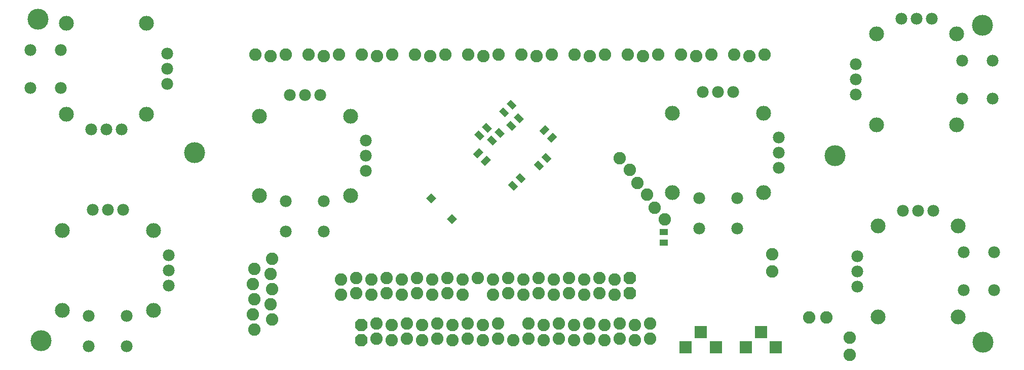
<source format=gbs>
G75*
G70*
%OFA0B0*%
%FSLAX24Y24*%
%IPPOS*%
%LPD*%
%AMOC8*
5,1,8,0,0,1.08239X$1,22.5*
%
%ADD10R,0.0395X0.0552*%
%ADD11R,0.0477X0.0477*%
%ADD12C,0.0980*%
%ADD13C,0.0780*%
%ADD14C,0.0820*%
%ADD15R,0.0552X0.0395*%
%ADD16R,0.0789X0.0789*%
%ADD17OC8,0.0820*%
%ADD18C,0.1380*%
D10*
G36*
X038175Y019525D02*
X037896Y019246D01*
X037507Y019635D01*
X037786Y019914D01*
X038175Y019525D01*
G37*
G36*
X038676Y020026D02*
X038397Y019747D01*
X038008Y020136D01*
X038287Y020415D01*
X038676Y020026D01*
G37*
G36*
X039880Y020862D02*
X039601Y020583D01*
X039212Y020972D01*
X039491Y021251D01*
X039880Y020862D01*
G37*
G36*
X040381Y021363D02*
X040102Y021084D01*
X039713Y021473D01*
X039992Y021752D01*
X040381Y021363D01*
G37*
G36*
X040348Y022413D02*
X040069Y022692D01*
X040458Y023081D01*
X040737Y022802D01*
X040348Y022413D01*
G37*
G36*
X039847Y022914D02*
X039568Y023193D01*
X039957Y023582D01*
X040236Y023303D01*
X039847Y022914D01*
G37*
G36*
X038575Y023986D02*
X038296Y023707D01*
X037907Y024096D01*
X038186Y024375D01*
X038575Y023986D01*
G37*
G36*
X038074Y023485D02*
X037795Y023206D01*
X037406Y023595D01*
X037685Y023874D01*
X038074Y023485D01*
G37*
G36*
X036636Y023125D02*
X036915Y023404D01*
X037304Y023015D01*
X037025Y022736D01*
X036636Y023125D01*
G37*
G36*
X036474Y023352D02*
X036195Y023073D01*
X035806Y023462D01*
X036085Y023741D01*
X036474Y023352D01*
G37*
G36*
X035973Y022851D02*
X035694Y022572D01*
X035305Y022961D01*
X035584Y023240D01*
X035973Y022851D01*
G37*
G36*
X036135Y022624D02*
X036414Y022903D01*
X036803Y022514D01*
X036524Y022235D01*
X036135Y022624D01*
G37*
G36*
X035610Y022061D02*
X035889Y021782D01*
X035500Y021393D01*
X035221Y021672D01*
X035610Y022061D01*
G37*
G36*
X036111Y021560D02*
X036390Y021281D01*
X036001Y020892D01*
X035722Y021171D01*
X036111Y021560D01*
G37*
G36*
X036917Y024480D02*
X037196Y024759D01*
X037585Y024370D01*
X037306Y024091D01*
X036917Y024480D01*
G37*
G36*
X037418Y024981D02*
X037697Y025260D01*
X038086Y024871D01*
X037807Y024592D01*
X037418Y024981D01*
G37*
D11*
G36*
X032464Y018419D02*
X032128Y018755D01*
X032464Y019091D01*
X032800Y018755D01*
X032464Y018419D01*
G37*
G36*
X033823Y017061D02*
X033487Y017397D01*
X033823Y017733D01*
X034159Y017397D01*
X033823Y017061D01*
G37*
D12*
X027152Y018927D03*
X021152Y018927D03*
X014191Y016615D03*
X008191Y016615D03*
X008191Y011365D03*
X014191Y011365D03*
X013716Y024290D03*
X008466Y024290D03*
X021152Y024177D03*
X027152Y024177D03*
X013716Y030290D03*
X008466Y030290D03*
X048339Y024374D03*
X054339Y024374D03*
X061766Y023590D03*
X067016Y023590D03*
X054339Y019124D03*
X048339Y019124D03*
X061866Y016936D03*
X067116Y016936D03*
X067116Y010936D03*
X061866Y010936D03*
X061766Y029590D03*
X067016Y029590D03*
D13*
X009941Y008990D03*
X012441Y008990D03*
X012441Y010990D03*
X009941Y010990D03*
X015191Y012990D03*
X015191Y013990D03*
X015191Y014990D03*
X012191Y017990D03*
X011191Y017990D03*
X010191Y017990D03*
X010091Y023290D03*
X011091Y023290D03*
X012091Y023290D03*
X008091Y026040D03*
X006091Y026040D03*
X006091Y028540D03*
X008091Y028540D03*
X015091Y028290D03*
X015091Y027290D03*
X015091Y026290D03*
X023152Y025552D03*
X024152Y025552D03*
X025152Y025552D03*
X028152Y022552D03*
X028152Y021552D03*
X028152Y020552D03*
X025402Y018552D03*
X022902Y018552D03*
X022902Y016552D03*
X025402Y016552D03*
X050089Y016749D03*
X052589Y016749D03*
X052589Y018749D03*
X050089Y018749D03*
X055339Y020749D03*
X055339Y021749D03*
X055339Y022749D03*
X060391Y025590D03*
X060391Y026590D03*
X060391Y027590D03*
X063391Y030590D03*
X064391Y030590D03*
X065391Y030590D03*
X067391Y027840D03*
X069391Y027840D03*
X069391Y025340D03*
X067391Y025340D03*
X052339Y025749D03*
X051339Y025749D03*
X050339Y025749D03*
X063491Y017936D03*
X064491Y017936D03*
X065491Y017936D03*
X067491Y015186D03*
X069491Y015186D03*
X069491Y012686D03*
X067491Y012686D03*
X060491Y012936D03*
X060491Y013936D03*
X060491Y014936D03*
D14*
X054891Y015060D03*
X054891Y013920D03*
X057321Y010890D03*
X058461Y010890D03*
X059991Y009560D03*
X059991Y008420D03*
X046877Y009480D03*
X045877Y009380D03*
X044877Y009480D03*
X043877Y009380D03*
X042877Y009480D03*
X041877Y009380D03*
X040877Y009480D03*
X039877Y009380D03*
X038877Y009480D03*
X037877Y009380D03*
X036877Y009480D03*
X035877Y009380D03*
X034877Y009480D03*
X033877Y009380D03*
X032877Y009480D03*
X031877Y009380D03*
X030877Y009480D03*
X029877Y009380D03*
X028877Y009480D03*
X028877Y010480D03*
X029877Y010380D03*
X030877Y010480D03*
X031877Y010380D03*
X032877Y010480D03*
X033877Y010380D03*
X034877Y010480D03*
X035877Y010380D03*
X036877Y010480D03*
X038877Y010480D03*
X039877Y010380D03*
X040877Y010480D03*
X041877Y010380D03*
X042877Y010480D03*
X043877Y010380D03*
X044877Y010480D03*
X045877Y010380D03*
X046877Y010480D03*
X044539Y012390D03*
X043539Y012490D03*
X042539Y012390D03*
X041539Y012490D03*
X040539Y012390D03*
X039539Y012490D03*
X038539Y012390D03*
X037539Y012490D03*
X036539Y012390D03*
X036539Y013390D03*
X035539Y013490D03*
X034539Y013390D03*
X033539Y013490D03*
X032539Y013390D03*
X031539Y013490D03*
X030539Y013390D03*
X029539Y013490D03*
X028539Y013390D03*
X027539Y013490D03*
X026539Y013390D03*
X026539Y012390D03*
X027539Y012490D03*
X028539Y012390D03*
X029539Y012490D03*
X030539Y012390D03*
X031539Y012490D03*
X032539Y012390D03*
X033539Y012490D03*
X034539Y012390D03*
X037539Y013490D03*
X038539Y013390D03*
X039539Y013490D03*
X040539Y013390D03*
X041539Y013490D03*
X042539Y013390D03*
X043539Y013490D03*
X044539Y013390D03*
X047821Y017356D03*
X047166Y018117D03*
X046674Y018994D03*
X046019Y019756D03*
X045527Y020632D03*
X044872Y021394D03*
X045391Y028240D03*
X046391Y028140D03*
X047391Y028240D03*
X048891Y028240D03*
X049891Y028140D03*
X050891Y028240D03*
X052391Y028240D03*
X053391Y028140D03*
X054391Y028240D03*
X043891Y028240D03*
X042891Y028140D03*
X041891Y028240D03*
X040391Y028240D03*
X039391Y028140D03*
X038391Y028240D03*
X036891Y028240D03*
X035891Y028140D03*
X034891Y028240D03*
X033391Y028240D03*
X032391Y028140D03*
X031391Y028240D03*
X029891Y028240D03*
X028891Y028140D03*
X027891Y028240D03*
X026391Y028240D03*
X025391Y028140D03*
X024391Y028240D03*
X022891Y028240D03*
X021891Y028140D03*
X020891Y028240D03*
X021999Y014774D03*
X020841Y014090D03*
X021899Y013774D03*
X020741Y013090D03*
X021999Y012774D03*
X020841Y012090D03*
X021899Y011774D03*
X020741Y011090D03*
X021999Y010774D03*
X020841Y010090D03*
D15*
X047776Y015822D03*
X047776Y016530D03*
D16*
X050196Y009926D03*
X049212Y008941D03*
X051180Y008941D03*
X053169Y008941D03*
X054154Y009926D03*
X055138Y008941D03*
D17*
X045539Y012490D03*
X045539Y013490D03*
X027877Y010380D03*
X027877Y009380D03*
D18*
X006803Y009373D03*
X016903Y021773D03*
X006586Y030563D03*
X059013Y021570D03*
X068713Y030170D03*
X068756Y009254D03*
M02*

</source>
